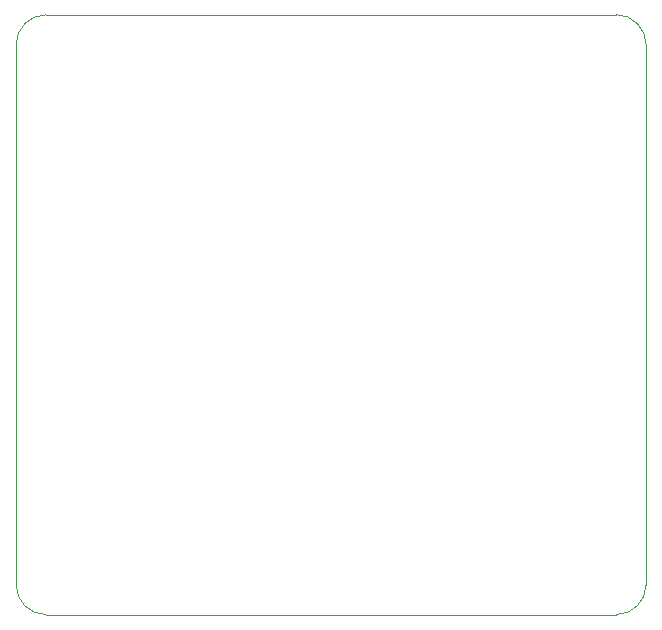
<source format=gbr>
%TF.GenerationSoftware,KiCad,Pcbnew,5.1.10-1.fc33*%
%TF.CreationDate,2021-06-13T17:02:16+02:00*%
%TF.ProjectId,power-driver,706f7765-722d-4647-9269-7665722e6b69,rev?*%
%TF.SameCoordinates,Original*%
%TF.FileFunction,Profile,NP*%
%FSLAX46Y46*%
G04 Gerber Fmt 4.6, Leading zero omitted, Abs format (unit mm)*
G04 Created by KiCad (PCBNEW 5.1.10-1.fc33) date 2021-06-13 17:02:16*
%MOMM*%
%LPD*%
G01*
G04 APERTURE LIST*
%TA.AperFunction,Profile*%
%ADD10C,0.050000*%
%TD*%
G04 APERTURE END LIST*
D10*
X99060000Y-123190000D02*
G75*
G02*
X96520000Y-120650000I0J2540000D01*
G01*
X149860000Y-120650000D02*
G75*
G02*
X147320000Y-123190000I-2540000J0D01*
G01*
X147320000Y-72390000D02*
G75*
G02*
X149860000Y-74930000I0J-2540000D01*
G01*
X96520000Y-74930000D02*
G75*
G02*
X99060000Y-72390000I2540000J0D01*
G01*
X96520000Y-120650000D02*
X96520000Y-74930000D01*
X147320000Y-123190000D02*
X99060000Y-123190000D01*
X149860000Y-74930000D02*
X149860000Y-120650000D01*
X99060000Y-72390000D02*
X147320000Y-72390000D01*
M02*

</source>
